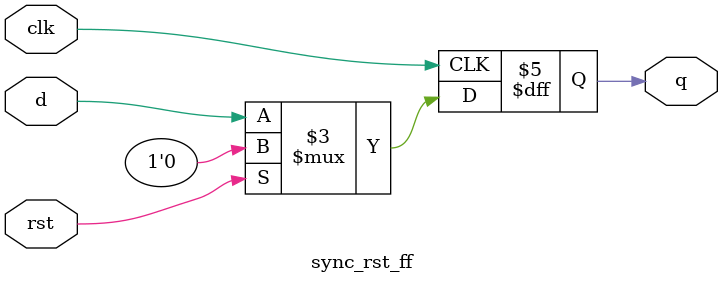
<source format=v>
module sync_rst_ff (input clk,input rst,input d,output reg q);

  always @(posedge clk) begin
    if (rst) begin
      q <= 1'b0;
    end else begin
      q <= d;
    end
  end
endmodule

</source>
